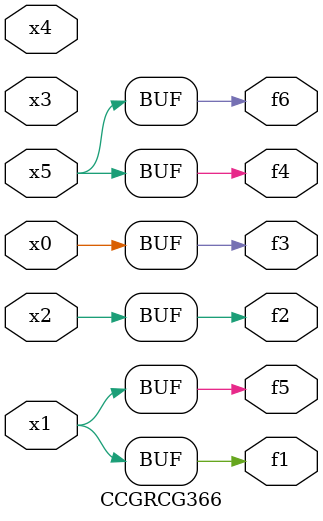
<source format=v>
module CCGRCG366(
	input x0, x1, x2, x3, x4, x5,
	output f1, f2, f3, f4, f5, f6
);
	assign f1 = x1;
	assign f2 = x2;
	assign f3 = x0;
	assign f4 = x5;
	assign f5 = x1;
	assign f6 = x5;
endmodule

</source>
